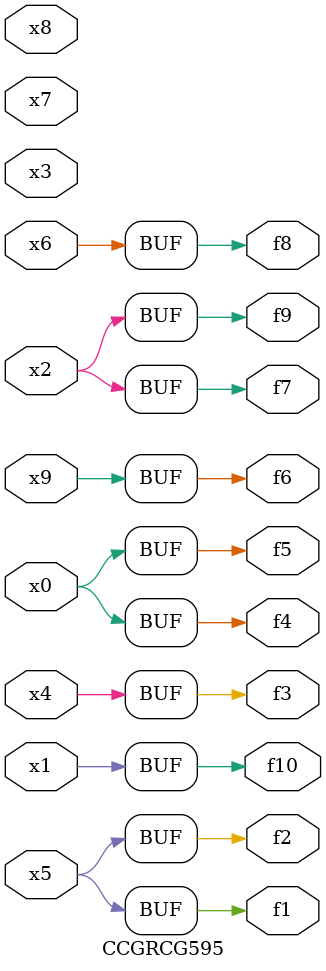
<source format=v>
module CCGRCG595(
	input x0, x1, x2, x3, x4, x5, x6, x7, x8, x9,
	output f1, f2, f3, f4, f5, f6, f7, f8, f9, f10
);
	assign f1 = x5;
	assign f2 = x5;
	assign f3 = x4;
	assign f4 = x0;
	assign f5 = x0;
	assign f6 = x9;
	assign f7 = x2;
	assign f8 = x6;
	assign f9 = x2;
	assign f10 = x1;
endmodule

</source>
